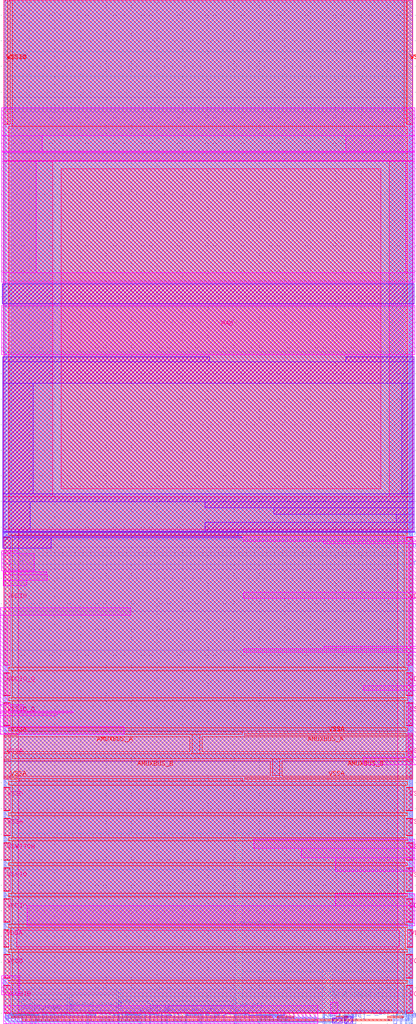
<source format=lef>
VERSION 5.7 ;
  NOWIREEXTENSIONATPIN ON ;
  DIVIDERCHAR "/" ;
  BUSBITCHARS "[]" ;
MACRO sky130_ef_io__gpiov2_pad
  CLASS PAD INOUT ;
  FOREIGN sky130_ef_io__gpiov2_pad ;
  ORIGIN 0.000 0.000 ;
  SIZE 80.000 BY 197.965 ;
  PIN AMUXBUS_A
    DIRECTION INOUT ;
    USE SIGNAL ;
    PORT
      LAYER met4 ;
        RECT 0.000 51.090 36.440 54.070 ;
    END
    PORT
      LAYER met4 ;
        RECT 38.760 51.090 80.000 54.070 ;
    END
  END AMUXBUS_A
  PIN AMUXBUS_B
    DIRECTION INOUT ;
    USE SIGNAL ;
    PORT
      LAYER met4 ;
        RECT 0.000 46.330 52.145 49.310 ;
    END
    PORT
      LAYER met4 ;
        RECT 54.465 46.330 80.000 49.310 ;
    END
  END AMUXBUS_B
  PIN ANALOG_EN
    DIRECTION INPUT ;
    USE SIGNAL ;
    PORT
      LAYER met1 ;
        RECT 62.430 -2.035 62.690 -0.730 ;
    END
  END ANALOG_EN
  PIN ANALOG_POL
    DIRECTION INPUT ;
    USE SIGNAL ;
    PORT
      LAYER met3 ;
        RECT 45.865 -2.035 46.195 34.770 ;
    END
  END ANALOG_POL
  PIN ANALOG_SEL
    DIRECTION INPUT ;
    USE SIGNAL ;
    PORT
      LAYER met2 ;
        RECT 30.750 -2.035 31.010 0.230 ;
    END
  END ANALOG_SEL
  PIN DM[2]
    DIRECTION INPUT ;
    USE SIGNAL ;
    PORT
      LAYER met2 ;
        RECT 28.490 -2.035 28.750 2.035 ;
    END
  END DM[2]
  PIN DM[1]
    DIRECTION INPUT ;
    USE SIGNAL ;
    PORT
      LAYER met2 ;
        RECT 66.835 -2.035 67.095 -0.840 ;
    END
  END DM[1]
  PIN DM[0]
    DIRECTION INPUT ;
    USE SIGNAL ;
    PORT
      LAYER met2 ;
        RECT 49.855 -2.035 50.115 -1.490 ;
    END
  END DM[0]
  PIN ENABLE_H
    DIRECTION INPUT ;
    USE SIGNAL ;
    PORT
      LAYER met2 ;
        RECT 35.460 -2.035 35.720 -0.485 ;
    END
  END ENABLE_H
  PIN ENABLE_INP_H
    DIRECTION INPUT ;
    USE SIGNAL ;
    PORT
      LAYER met2 ;
        RECT 38.390 -2.035 38.650 1.055 ;
    END
  END ENABLE_INP_H
  PIN ENABLE_VDDA_H
    DIRECTION INPUT ;
    USE SIGNAL ;
    PORT
      LAYER met2 ;
        RECT 12.755 -2.035 13.015 3.315 ;
    END
  END ENABLE_VDDA_H
  PIN ENABLE_VDDIO
    DIRECTION INPUT ;
    USE SIGNAL ;
    PORT
      LAYER met3 ;
        RECT 78.580 -2.035 78.910 182.740 ;
    END
  END ENABLE_VDDIO
  PIN ENABLE_VSWITCH_H
    DIRECTION INPUT ;
    USE SIGNAL ;
    PORT
      LAYER met2 ;
        RECT 16.310 -2.035 16.570 0.285 ;
    END
  END ENABLE_VSWITCH_H
  PIN HLD_H_N
    DIRECTION INPUT ;
    USE SIGNAL ;
    PORT
      LAYER met2 ;
        RECT 31.815 -2.035 32.075 1.305 ;
    END
  END HLD_H_N
  PIN HLD_OVR
    DIRECTION INPUT ;
    USE SIGNAL ;
    PORT
      LAYER met2 ;
        RECT 26.600 -2.035 26.860 0.670 ;
    END
  END HLD_OVR
  PIN IB_MODE_SEL
    DIRECTION INPUT ;
    USE SIGNAL ;
    PORT
      LAYER met2 ;
        RECT 5.420 -2.035 5.650 2.440 ;
    END
  END IB_MODE_SEL
  PIN IN
    DIRECTION OUTPUT ;
    USE SIGNAL ;
    PORT
      LAYER met3 ;
        RECT 79.240 -2.035 79.570 187.525 ;
    END
  END IN
  PIN IN_H
    DIRECTION OUTPUT ;
    USE SIGNAL ;
    PORT
      LAYER met3 ;
        RECT 0.400 -2.035 1.020 176.450 ;
    END
  END IN_H
  PIN INP_DIS
    DIRECTION INPUT ;
    USE SIGNAL ;
    PORT
      LAYER met2 ;
        RECT 45.245 -2.035 45.505 3.055 ;
    END
  END INP_DIS
  PIN OE_N
    DIRECTION INPUT ;
    USE SIGNAL ;
    PORT
      LAYER met2 ;
        RECT 3.375 -2.035 3.605 2.440 ;
    END
  END OE_N
  PIN OUT
    DIRECTION INPUT ;
    USE SIGNAL ;
    PORT
      LAYER met2 ;
        RECT 22.355 -2.035 22.615 4.390 ;
    END
  END OUT
  PIN PAD
    DIRECTION INOUT ;
    USE SIGNAL ;
    PORT
      LAYER met5 ;
        RECT 11.200 102.525 73.800 164.975 ;
    END
  END PAD
  PIN PAD_A_ESD_0_H
    DIRECTION INOUT ;
    USE SIGNAL ;
    PORT
      LAYER met2 ;
        RECT 76.280 -2.035 76.920 0.020 ;
    END
  END PAD_A_ESD_0_H
  PIN PAD_A_ESD_1_H
    DIRECTION INOUT ;
    USE SIGNAL ;
    PORT
      LAYER met2 ;
        RECT 68.275 -2.035 68.925 0.235 ;
    END
  END PAD_A_ESD_1_H
  PIN PAD_A_NOESD_H
    DIRECTION INOUT ;
    USE SIGNAL ;
    PORT
      LAYER met3 ;
        RECT 62.820 -2.035 63.890 7.670 ;
    END
  END PAD_A_NOESD_H
  PIN SLOW
    DIRECTION INPUT ;
    USE SIGNAL ;
    PORT
      LAYER met2 ;
        RECT 77.610 -2.035 77.870 -0.850 ;
    END
  END SLOW
  PIN TIE_HI_ESD
    DIRECTION OUTPUT ;
    USE SIGNAL ;
    PORT
      LAYER met2 ;
        RECT 78.705 -2.035 78.905 -0.820 ;
    END
  END TIE_HI_ESD
  PIN TIE_LO_ESD
    DIRECTION OUTPUT ;
    USE SIGNAL ;
    PORT
      LAYER met2 ;
        RECT 79.715 -2.035 79.915 175.835 ;
    END
  END TIE_LO_ESD
  PIN VCCD
    DIRECTION INOUT ;
    USE POWER ;
    PORT
      LAYER met5 ;
        RECT 0.000 6.950 1.270 11.400 ;
    END
    PORT
      LAYER met4 ;
        RECT 0.000 6.850 1.270 11.500 ;
    END
    PORT
      LAYER met5 ;
        RECT 78.730 6.950 80.000 11.400 ;
    END
    PORT
      LAYER met4 ;
        RECT 78.730 6.850 80.000 11.500 ;
    END
  END VCCD
  PIN VCCHIB
    DIRECTION INOUT ;
    USE POWER ;
    PORT
      LAYER met5 ;
        RECT 0.000 0.100 1.270 5.350 ;
    END
    PORT
      LAYER met4 ;
        RECT 0.000 0.000 1.270 5.450 ;
    END
    PORT
      LAYER met5 ;
        RECT 78.730 0.100 80.000 5.350 ;
    END
    PORT
      LAYER met4 ;
        RECT 78.730 0.000 80.000 5.450 ;
    END
  END VCCHIB
  PIN VDDA
    DIRECTION INOUT ;
    USE POWER ;
    PORT
      LAYER met5 ;
        RECT 0.000 13.000 0.965 16.250 ;
    END
    PORT
      LAYER met4 ;
        RECT 0.000 12.900 0.965 16.350 ;
    END
    PORT
      LAYER met5 ;
        RECT 78.970 13.000 80.000 16.250 ;
    END
    PORT
      LAYER met4 ;
        RECT 78.970 12.900 80.000 16.350 ;
    END
  END VDDA
  PIN VDDIO
    DIRECTION INOUT ;
    USE POWER ;
    PORT
      LAYER met5 ;
        RECT 0.000 68.000 1.270 92.950 ;
    END
    PORT
      LAYER met5 ;
        RECT 0.000 17.850 1.270 22.300 ;
    END
    PORT
      LAYER met4 ;
        RECT 0.000 17.750 1.270 22.400 ;
    END
    PORT
      LAYER met4 ;
        RECT 0.000 68.000 1.270 92.965 ;
    END
    PORT
      LAYER met5 ;
        RECT 78.730 68.000 80.000 92.950 ;
    END
    PORT
      LAYER met5 ;
        RECT 78.730 17.850 80.000 22.300 ;
    END
    PORT
      LAYER met4 ;
        RECT 78.730 17.750 80.000 22.400 ;
    END
    PORT
      LAYER met4 ;
        RECT 78.730 68.000 80.000 92.965 ;
    END
  END VDDIO
  PIN VDDIO_Q
    DIRECTION INOUT ;
    USE POWER ;
    PORT
      LAYER met5 ;
        RECT 0.000 62.150 1.270 66.400 ;
    END
    PORT
      LAYER met4 ;
        RECT 0.000 62.050 1.270 66.500 ;
    END
    PORT
      LAYER met5 ;
        RECT 78.730 62.150 80.000 66.400 ;
    END
    PORT
      LAYER met4 ;
        RECT 78.730 62.050 80.000 66.500 ;
    END
  END VDDIO_Q
  PIN VSSA
    DIRECTION INOUT ;
    USE GROUND ;
    PORT
      LAYER met5 ;
        RECT 0.000 45.700 1.270 54.700 ;
    END
    PORT
      LAYER met5 ;
        RECT 0.000 34.805 1.270 38.050 ;
    END
    PORT
      LAYER met4 ;
        RECT 0.000 45.700 2.610 46.030 ;
    END
    PORT
      LAYER met4 ;
        RECT 0.000 49.610 1.270 50.790 ;
    END
    PORT
      LAYER met4 ;
        RECT 0.000 54.370 2.610 54.700 ;
    END
    PORT
      LAYER met4 ;
        RECT 0.000 34.700 1.270 38.150 ;
    END
    PORT
      LAYER met5 ;
        RECT 78.730 45.700 80.000 54.700 ;
    END
    PORT
      LAYER met5 ;
        RECT 78.730 34.805 80.000 38.050 ;
    END
    PORT
      LAYER met4 ;
        RECT 78.730 49.610 80.000 50.790 ;
    END
    PORT
      LAYER met4 ;
        RECT 47.090 54.370 80.000 54.700 ;
    END
    PORT
      LAYER met4 ;
        RECT 47.090 45.700 80.000 46.030 ;
    END
    PORT
      LAYER met4 ;
        RECT 78.730 34.700 80.000 38.150 ;
    END
  END VSSA
  PIN VSSD
    DIRECTION INOUT ;
    USE GROUND ;
    PORT
      LAYER met5 ;
        RECT 0.000 39.650 1.270 44.100 ;
    END
    PORT
      LAYER met4 ;
        RECT 0.000 39.550 1.270 44.200 ;
    END
    PORT
      LAYER met5 ;
        RECT 78.730 39.650 80.000 44.100 ;
    END
    PORT
      LAYER met4 ;
        RECT 78.730 39.550 80.000 44.200 ;
    END
  END VSSD
  PIN VSSIO
    DIRECTION INOUT ;
    USE GROUND ;
    PORT
      LAYER met4 ;
        RECT 0.000 173.750 0.810 197.965 ;
    END
    PORT
      LAYER met5 ;
        RECT 0.000 23.900 1.270 28.350 ;
    END
    PORT
      LAYER met4 ;
        RECT 0.000 173.750 1.270 197.965 ;
    END
    PORT
      LAYER met4 ;
        RECT 0.000 23.800 1.270 28.450 ;
    END
    PORT
      LAYER met4 ;
        RECT 78.970 173.750 80.000 197.965 ;
    END
    PORT
      LAYER met5 ;
        RECT 78.730 23.900 80.000 28.350 ;
    END
    PORT
      LAYER met4 ;
        RECT 78.730 23.800 80.000 28.450 ;
    END
    PORT
      LAYER met4 ;
        RECT 78.730 173.750 80.000 197.965 ;
    END
  END VSSIO
  PIN VSSIO_Q
    DIRECTION INOUT ;
    USE GROUND ;
    PORT
      LAYER met5 ;
        RECT 0.000 56.300 1.270 60.550 ;
    END
    PORT
      LAYER met4 ;
        RECT 0.000 56.200 1.270 60.650 ;
    END
    PORT
      LAYER met5 ;
        RECT 78.730 56.300 80.000 60.550 ;
    END
    PORT
      LAYER met4 ;
        RECT 78.730 56.200 80.000 60.650 ;
    END
  END VSSIO_Q
  PIN VSWITCH
    DIRECTION INOUT ;
    USE POWER ;
    PORT
      LAYER met5 ;
        RECT 0.000 29.950 1.270 33.200 ;
    END
    PORT
      LAYER met4 ;
        RECT 0.000 29.850 1.270 33.300 ;
    END
    PORT
      LAYER met5 ;
        RECT 78.730 29.950 80.000 33.200 ;
    END
    PORT
      LAYER met4 ;
        RECT 78.730 29.850 80.000 33.300 ;
    END
  END VSWITCH
  PIN VTRIP_SEL
    DIRECTION INPUT ;
    USE SIGNAL ;
    PORT
      LAYER met2 ;
        RECT 6.130 -2.035 6.390 -0.485 ;
    END
  END VTRIP_SEL
  OBS
      LAYER nwell ;
        RECT -0.415 171.510 80.435 176.940 ;
        RECT -0.415 168.440 7.515 171.510 ;
        RECT 66.970 168.440 80.435 171.510 ;
        RECT -0.415 168.195 80.435 168.440 ;
        RECT -0.415 166.480 80.440 168.195 ;
        RECT -0.415 144.655 6.385 166.480 ;
        RECT 78.630 144.655 80.440 166.480 ;
        RECT -0.415 142.845 80.440 144.655 ;
      LAYER pwell ;
        RECT -0.290 138.650 80.290 142.530 ;
      LAYER nwell ;
        RECT 46.040 138.345 80.440 138.350 ;
        RECT -0.415 128.630 80.440 138.345 ;
      LAYER pwell ;
        RECT -0.215 127.280 40.245 128.320 ;
        RECT 66.910 127.280 80.290 128.320 ;
        RECT -0.215 123.100 80.290 127.280 ;
        RECT -0.215 101.515 5.735 123.100 ;
        RECT 77.865 101.515 80.290 123.100 ;
        RECT -0.215 99.930 80.290 101.515 ;
        RECT -0.215 94.220 5.215 99.930 ;
        RECT 39.385 98.785 80.290 99.930 ;
        RECT 52.880 97.485 80.290 98.785 ;
        RECT 76.770 95.950 80.290 97.485 ;
        RECT 39.385 94.220 80.290 95.950 ;
        RECT -0.215 93.940 80.290 94.220 ;
        RECT -0.215 93.225 45.840 93.940 ;
        RECT -0.215 92.920 46.590 93.225 ;
        RECT -0.215 90.900 9.300 92.920 ;
      LAYER nwell ;
        RECT 46.940 92.210 80.670 93.130 ;
        RECT 62.650 91.700 80.670 92.210 ;
        RECT -0.415 89.785 2.795 90.365 ;
        RECT -0.415 86.450 5.975 89.785 ;
        RECT -0.120 86.245 5.975 86.450 ;
        RECT -0.120 85.705 8.420 86.245 ;
        RECT -0.120 84.625 8.495 85.705 ;
        RECT -0.120 83.545 4.530 84.625 ;
        RECT 79.240 82.310 80.670 91.700 ;
        RECT 46.940 81.130 80.670 82.310 ;
        RECT -0.715 77.770 24.815 79.200 ;
        RECT -0.715 60.305 0.715 77.770 ;
        RECT 79.240 71.740 80.670 81.130 ;
        RECT 62.650 71.230 80.670 71.740 ;
        RECT 46.940 70.560 80.670 71.230 ;
        RECT 79.125 64.010 80.670 70.560 ;
        RECT 70.335 63.160 80.670 64.010 ;
        RECT -0.715 58.985 3.810 60.305 ;
        RECT -0.715 58.735 13.535 58.985 ;
        RECT -0.715 58.145 10.460 58.735 ;
        RECT -0.715 55.985 0.715 58.145 ;
        RECT -0.715 54.555 23.515 55.985 ;
        RECT 79.125 50.015 80.670 63.160 ;
        RECT 70.335 48.585 80.670 50.015 ;
        RECT 48.915 32.230 80.450 34.020 ;
        RECT 58.275 30.375 80.450 32.230 ;
        RECT 64.830 27.750 80.450 30.375 ;
        RECT 64.830 21.045 80.450 23.310 ;
        RECT 4.580 17.120 80.450 21.045 ;
        RECT -0.415 3.630 3.110 7.290 ;
        RECT 0.000 -2.035 61.490 1.465 ;
        RECT 64.030 -0.145 65.390 2.135 ;
      LAYER pwell ;
        RECT 64.245 -1.915 66.205 -0.905 ;
        RECT 66.610 -1.915 68.210 -0.655 ;
      LAYER li1 ;
        RECT 0.000 176.610 80.000 197.670 ;
        RECT -0.085 168.055 80.105 176.610 ;
        RECT -0.115 143.180 80.105 168.055 ;
        RECT -0.115 143.120 80.000 143.180 ;
        RECT 0.000 142.400 80.000 143.120 ;
        RECT -0.160 138.780 80.160 142.400 ;
        RECT 0.000 138.115 80.000 138.780 ;
        RECT -0.115 138.020 80.000 138.115 ;
        RECT -0.115 129.240 80.085 138.020 ;
        RECT -0.085 128.960 80.085 129.240 ;
        RECT 0.000 128.190 80.000 128.960 ;
        RECT -0.085 128.185 80.160 128.190 ;
        RECT -0.115 94.070 80.160 128.185 ;
        RECT -0.115 93.860 80.000 94.070 ;
        RECT -0.085 92.545 80.000 93.860 ;
        RECT -0.085 91.030 80.085 92.545 ;
        RECT 0.000 90.035 80.085 91.030 ;
        RECT -0.085 86.780 80.085 90.035 ;
        RECT 0.000 78.570 80.085 86.780 ;
        RECT -0.085 55.185 80.085 78.570 ;
        RECT 0.000 49.215 80.085 55.185 ;
        RECT 0.000 33.690 80.000 49.215 ;
        RECT 0.000 28.080 80.120 33.690 ;
        RECT 0.000 22.980 80.000 28.080 ;
        RECT 0.000 17.450 80.120 22.980 ;
        RECT 0.000 6.960 80.000 17.450 ;
        RECT -0.085 3.960 80.000 6.960 ;
        RECT 0.000 0.000 80.000 3.960 ;
        RECT 0.705 -0.100 0.875 0.000 ;
        RECT 0.705 -0.520 1.625 -0.100 ;
        RECT 2.090 -0.485 2.420 0.000 ;
        RECT 0.705 -1.500 0.875 -0.830 ;
        RECT 1.485 -0.860 1.655 -0.830 ;
        RECT 1.485 -1.390 1.660 -0.860 ;
        RECT 2.590 -1.345 2.760 0.000 ;
        RECT 3.470 -1.195 3.640 0.000 ;
        RECT 3.830 -0.080 4.160 0.000 ;
        RECT 4.350 -1.345 4.520 0.000 ;
        RECT 5.230 -1.195 5.400 0.000 ;
        RECT 6.110 -1.345 6.280 0.000 ;
        RECT 6.730 -1.345 6.900 0.000 ;
        RECT 7.610 -1.205 7.780 0.000 ;
        RECT 8.490 -1.345 8.660 0.000 ;
        RECT 9.370 -1.205 9.540 0.000 ;
        RECT 10.250 -1.345 10.420 0.000 ;
        RECT 10.615 -0.055 10.945 0.000 ;
        RECT 11.130 -1.205 11.300 0.000 ;
        RECT 11.750 -1.345 11.920 0.000 ;
        RECT 12.630 -1.205 12.800 0.000 ;
        RECT 13.510 -1.345 13.680 0.000 ;
        RECT 14.390 -1.205 14.560 0.000 ;
        RECT 15.270 -1.345 15.440 0.000 ;
        RECT 16.150 -1.205 16.320 0.000 ;
        RECT 17.030 -1.345 17.200 0.000 ;
        RECT 17.910 -1.205 18.080 0.000 ;
        RECT 18.790 -1.345 18.960 0.000 ;
        RECT 19.670 -1.205 19.840 0.000 ;
        RECT 20.550 -1.345 20.720 0.000 ;
        RECT 21.430 -1.205 21.600 0.000 ;
        RECT 22.310 -1.345 22.480 0.000 ;
        RECT 23.190 -1.205 23.360 0.000 ;
        RECT 24.070 -1.345 24.240 0.000 ;
        RECT 24.950 -1.205 25.120 0.000 ;
        RECT 25.830 -1.345 26.000 0.000 ;
        RECT 26.710 -1.205 26.880 0.000 ;
        RECT 27.590 -1.345 27.760 0.000 ;
        RECT 28.470 -1.205 28.640 0.000 ;
        RECT 29.350 -1.345 29.520 0.000 ;
        RECT 29.965 -0.050 30.495 0.000 ;
        RECT 29.970 -1.205 30.140 -0.050 ;
        RECT 30.850 -1.345 31.020 0.000 ;
        RECT 31.470 -1.345 31.640 0.000 ;
        RECT 32.350 -1.205 32.520 0.000 ;
        RECT 33.230 -1.345 33.400 0.000 ;
        RECT 34.110 -0.265 34.285 0.000 ;
        RECT 34.110 -1.205 34.280 -0.265 ;
        RECT 37.990 -1.345 38.160 0.000 ;
        RECT 38.870 -1.205 39.040 0.000 ;
        RECT 39.750 -1.345 39.920 0.000 ;
        RECT 40.630 -1.205 40.800 0.000 ;
        RECT 41.250 -1.345 41.420 0.000 ;
        RECT 42.130 -1.195 42.300 0.000 ;
        RECT 43.010 -1.345 43.180 0.000 ;
        RECT 45.290 -0.410 45.460 0.000 ;
        RECT 45.110 -0.580 45.640 -0.410 ;
        RECT 45.290 -1.205 45.460 -0.580 ;
        RECT 46.170 -1.345 46.340 0.000 ;
        RECT 47.050 -1.195 47.220 0.000 ;
        RECT 47.930 -1.345 48.100 0.000 ;
        RECT 48.495 -1.345 48.665 0.000 ;
        RECT 49.375 -1.205 49.545 0.000 ;
        RECT 50.255 -1.345 50.425 0.000 ;
        RECT 51.135 -1.205 51.305 0.000 ;
        RECT 52.015 -1.345 52.185 0.000 ;
        RECT 52.640 -1.205 52.810 0.000 ;
        RECT 53.520 -1.345 53.690 0.000 ;
        RECT 54.400 -1.205 54.570 0.000 ;
        RECT 54.750 -0.215 55.080 0.000 ;
        RECT 55.280 -1.345 55.450 0.000 ;
        RECT 55.830 -1.345 56.000 0.000 ;
        RECT 56.710 -1.205 56.880 0.000 ;
        RECT 57.590 -1.345 57.760 0.000 ;
        RECT 58.470 -1.205 58.640 0.000 ;
        RECT 59.020 -1.345 59.190 0.000 ;
        RECT 59.900 -1.205 60.070 0.000 ;
        RECT 60.780 -1.345 60.950 0.000 ;
        RECT 68.290 -0.095 70.005 0.000 ;
        RECT 72.315 -0.095 74.335 0.000 ;
        RECT 66.380 -0.575 67.270 -0.405 ;
        RECT 67.550 -0.575 68.220 -0.405 ;
        RECT 66.380 -0.795 66.910 -0.785 ;
        RECT 66.380 -0.955 66.965 -0.795 ;
        RECT 1.485 -1.500 1.655 -1.390 ;
        RECT 2.550 -1.705 60.990 -1.535 ;
        RECT 64.375 -1.785 66.075 -1.035 ;
        RECT 66.795 -1.805 66.965 -0.955 ;
        RECT 67.325 -1.805 67.495 -0.795 ;
        RECT 67.855 -0.815 68.025 -0.795 ;
        RECT 67.855 -0.985 68.385 -0.815 ;
        RECT 67.855 -1.805 68.025 -0.985 ;
      LAYER met1 ;
        RECT 0.000 178.940 80.000 197.965 ;
        RECT 0.000 176.865 80.020 178.940 ;
        RECT 0.000 168.055 80.000 176.865 ;
        RECT -0.115 129.240 80.145 168.055 ;
        RECT 0.000 128.185 80.000 129.240 ;
        RECT -0.115 93.860 80.145 128.185 ;
        RECT 0.000 92.545 80.000 93.860 ;
        RECT 0.000 89.445 80.060 92.545 ;
        RECT -0.145 87.715 80.060 89.445 ;
        RECT 0.000 78.600 80.060 87.715 ;
        RECT -0.115 70.895 80.060 78.600 ;
        POLYGON 80.060 70.950 80.115 70.895 80.060 70.895 ;
        RECT -0.115 55.155 80.115 70.895 ;
        RECT 0.000 49.185 80.115 55.155 ;
        RECT 0.000 33.690 80.000 49.185 ;
        RECT 0.000 28.085 80.115 33.690 ;
        RECT 0.000 22.980 80.000 28.085 ;
        RECT 0.000 17.450 80.115 22.980 ;
        RECT 0.000 0.000 80.000 17.450 ;
        RECT 0.260 -0.130 0.520 0.000 ;
        POLYGON 1.045 -0.100 1.045 -0.130 1.015 -0.130 ;
        RECT 1.045 -0.130 1.275 0.000 ;
        POLYGON 1.015 -0.130 1.015 -0.240 0.905 -0.240 ;
        RECT 1.015 -0.200 1.275 -0.130 ;
        RECT 1.015 -0.240 1.235 -0.200 ;
        POLYGON 1.235 -0.200 1.275 -0.200 1.235 -0.240 ;
        POLYGON 0.905 -0.240 0.905 -0.470 0.675 -0.470 ;
        RECT 0.675 -1.465 0.905 -0.470 ;
        POLYGON 0.905 -0.240 1.235 -0.240 0.905 -0.570 ;
        RECT 1.460 -0.610 1.690 0.000 ;
        POLYGON 1.690 -0.235 2.065 -0.610 1.690 -0.610 ;
        RECT 2.140 -0.255 2.370 0.000 ;
        RECT 3.880 -0.080 30.555 0.000 ;
        POLYGON 33.830 0.000 33.910 0.000 33.910 -0.080 ;
        RECT 33.910 -0.080 34.315 0.000 ;
        POLYGON 22.755 -0.080 22.760 -0.080 22.760 -0.085 ;
        RECT 22.760 -0.085 23.425 -0.080 ;
        POLYGON 2.370 -0.085 2.540 -0.255 2.370 -0.255 ;
        POLYGON 22.760 -0.085 22.785 -0.085 22.785 -0.110 ;
        RECT 22.785 -0.110 23.425 -0.085 ;
        POLYGON 23.425 -0.080 23.455 -0.080 23.425 -0.110 ;
        POLYGON 33.910 -0.080 33.940 -0.080 33.940 -0.110 ;
        RECT 33.940 -0.110 34.315 -0.080 ;
        POLYGON 35.570 0.000 35.655 0.000 35.655 -0.085 ;
        RECT 35.655 -0.085 42.895 0.000 ;
        POLYGON 42.895 0.000 42.980 0.000 42.895 -0.085 ;
        POLYGON 43.390 0.000 43.390 -0.085 43.305 -0.085 ;
        RECT 43.390 -0.085 47.720 0.000 ;
        POLYGON 33.940 -0.110 34.085 -0.110 34.085 -0.255 ;
        RECT 2.140 -0.485 18.040 -0.255 ;
        POLYGON 17.370 -0.485 17.400 -0.485 17.400 -0.515 ;
        RECT 17.400 -0.515 18.040 -0.485 ;
        RECT 21.550 -0.540 29.630 -0.280 ;
        RECT 29.770 -0.535 32.915 -0.275 ;
        RECT 34.085 -0.325 34.315 -0.110 ;
        POLYGON 43.305 -0.085 43.305 -0.225 43.165 -0.225 ;
        RECT 43.305 -0.190 47.720 -0.085 ;
        RECT 43.305 -0.225 43.370 -0.190 ;
        RECT 35.460 -0.485 38.120 -0.225 ;
        POLYGON 43.165 -0.225 43.165 -0.350 43.040 -0.350 ;
        RECT 43.165 -0.350 43.370 -0.225 ;
        POLYGON 43.370 -0.190 43.530 -0.190 43.370 -0.350 ;
        POLYGON 47.580 -0.190 47.680 -0.190 47.680 -0.290 ;
        RECT 47.680 -0.290 47.720 -0.190 ;
        POLYGON 47.720 0.000 48.010 -0.290 47.720 -0.290 ;
        POLYGON 54.810 -0.120 54.810 -0.290 54.640 -0.290 ;
        RECT 54.810 -0.290 55.040 0.000 ;
        RECT 56.680 -0.145 56.910 0.000 ;
        POLYGON 47.680 -0.290 47.740 -0.290 47.740 -0.350 ;
        RECT 47.740 -0.350 55.040 -0.290 ;
        RECT 39.390 -0.610 43.110 -0.350 ;
        POLYGON 43.110 -0.350 43.370 -0.350 43.110 -0.610 ;
        RECT 45.040 -0.610 47.515 -0.350 ;
        POLYGON 47.740 -0.350 47.910 -0.350 47.910 -0.520 ;
        RECT 47.910 -0.520 55.040 -0.350 ;
        RECT 1.460 -0.750 2.065 -0.610 ;
        POLYGON 2.065 -0.610 2.205 -0.750 2.065 -0.750 ;
        RECT 62.430 -0.730 62.690 -0.120 ;
        RECT 63.680 -0.595 64.880 0.000 ;
        POLYGON 65.530 0.000 65.635 0.000 65.635 -0.105 ;
        RECT 1.460 -1.765 61.195 -0.750 ;
        RECT 65.635 -0.845 65.775 0.000 ;
        POLYGON 66.830 -0.080 66.830 -0.375 66.535 -0.375 ;
        RECT 66.830 -0.375 67.095 0.000 ;
        RECT 66.320 -0.605 67.095 -0.375 ;
        RECT 67.355 -0.375 67.495 0.000 ;
        POLYGON 68.000 0.000 68.080 0.000 68.080 -0.080 ;
        RECT 68.080 -0.080 68.215 0.000 ;
        POLYGON 68.215 0.000 68.295 -0.080 68.215 -0.080 ;
        POLYGON 68.080 -0.080 68.215 -0.080 68.215 -0.215 ;
        RECT 68.215 -0.215 68.295 -0.080 ;
        POLYGON 67.495 -0.215 67.655 -0.375 67.495 -0.375 ;
        POLYGON 68.215 -0.215 68.295 -0.215 68.295 -0.295 ;
        POLYGON 68.295 -0.080 68.510 -0.295 68.295 -0.295 ;
        POLYGON 68.295 -0.295 68.370 -0.295 68.370 -0.370 ;
        RECT 67.355 -0.605 68.155 -0.375 ;
        POLYGON 68.370 -0.605 68.370 -0.705 68.270 -0.705 ;
        RECT 68.370 -0.705 68.510 -0.295 ;
        POLYGON 65.775 -0.705 65.915 -0.845 65.775 -0.845 ;
        POLYGON 68.270 -0.705 68.270 -0.755 68.220 -0.755 ;
        RECT 68.270 -0.755 68.510 -0.705 ;
        POLYGON 66.320 -0.755 66.320 -0.845 66.230 -0.845 ;
        RECT 66.320 -0.845 66.970 -0.755 ;
        POLYGON 68.220 -0.755 68.220 -0.785 68.190 -0.785 ;
        RECT 68.220 -0.785 68.510 -0.755 ;
        RECT 65.635 -0.985 66.970 -0.845 ;
        RECT 67.795 -1.015 68.510 -0.785 ;
        POLYGON 79.110 -0.915 79.110 -1.015 79.010 -1.015 ;
        RECT 79.110 -1.015 79.370 -0.835 ;
        POLYGON 79.010 -1.015 79.010 -1.125 78.900 -1.125 ;
        RECT 79.010 -1.125 79.370 -1.015 ;
        RECT 64.375 -1.775 67.525 -1.125 ;
        POLYGON 78.900 -1.125 78.900 -1.195 78.830 -1.195 ;
        RECT 78.900 -1.195 79.370 -1.125 ;
        RECT 75.255 -1.475 79.370 -1.195 ;
      LAYER met2 ;
        RECT 0.210 176.115 79.915 197.965 ;
        RECT 0.210 4.670 79.435 176.115 ;
        RECT 0.210 3.595 22.075 4.670 ;
        RECT 0.210 2.720 12.475 3.595 ;
        RECT 0.210 0.000 3.095 2.720 ;
        RECT 3.885 0.000 5.140 2.720 ;
        RECT 5.930 0.000 12.475 2.720 ;
        RECT 13.295 0.565 22.075 3.595 ;
        RECT 13.295 0.000 16.030 0.565 ;
        RECT 16.850 0.000 22.075 0.565 ;
        RECT 22.895 3.335 79.435 4.670 ;
        RECT 22.895 2.315 44.965 3.335 ;
        RECT 22.895 0.950 28.210 2.315 ;
        RECT 22.895 0.150 26.320 0.950 ;
        RECT 22.785 0.000 26.320 0.150 ;
        RECT 27.140 0.000 28.210 0.950 ;
        RECT 29.030 1.585 44.965 2.315 ;
        RECT 29.030 0.510 31.535 1.585 ;
        RECT 29.030 0.000 30.470 0.510 ;
        RECT 31.290 0.000 31.535 0.510 ;
        RECT 32.355 1.335 44.965 1.585 ;
        RECT 32.355 0.720 38.110 1.335 ;
        RECT 32.355 0.000 38.120 0.720 ;
        RECT 38.930 0.000 44.965 1.335 ;
        RECT 45.785 0.515 79.435 3.335 ;
        RECT 45.785 0.000 67.995 0.515 ;
        RECT 69.205 0.300 79.435 0.515 ;
        RECT 69.205 0.000 76.000 0.300 ;
        RECT 77.200 0.020 79.435 0.300 ;
        RECT 76.920 0.000 79.435 0.020 ;
        RECT 0.260 -1.065 0.520 0.000 ;
        RECT 1.080 -0.340 1.380 0.000 ;
        POLYGON 1.380 0.000 1.720 -0.340 1.380 -0.340 ;
        POLYGON 0.260 -1.065 0.520 -1.065 0.520 -1.325 ;
        POLYGON 0.520 -0.955 0.680 -1.115 0.520 -1.115 ;
        RECT 1.080 -1.110 1.720 -0.340 ;
        RECT 0.520 -1.325 0.680 -1.115 ;
        POLYGON 0.520 -1.325 0.670 -1.325 0.670 -1.475 ;
        RECT 0.670 -1.475 0.680 -1.325 ;
        POLYGON 0.680 -1.115 1.040 -1.475 0.680 -1.475 ;
        POLYGON 0.670 -1.475 0.930 -1.475 0.930 -1.735 ;
        RECT 0.930 -1.735 2.160 -1.475 ;
        RECT 2.365 -1.735 3.005 0.000 ;
        POLYGON 6.615 0.000 6.615 -0.020 6.595 -0.020 ;
        RECT 6.615 -0.020 6.965 0.000 ;
        POLYGON 6.965 0.000 6.985 0.000 6.965 -0.020 ;
        POLYGON 6.595 -0.020 6.595 -0.390 6.225 -0.390 ;
        POLYGON 6.595 -0.020 6.965 -0.020 6.595 -0.390 ;
        POLYGON 17.600 -0.080 17.600 -0.255 17.425 -0.255 ;
        RECT 17.600 -0.255 17.860 0.000 ;
        POLYGON 17.860 -0.080 18.035 -0.255 17.860 -0.255 ;
        POLYGON 6.225 -0.390 6.225 -0.485 6.130 -0.485 ;
        RECT 6.225 -0.485 6.500 -0.390 ;
        POLYGON 6.500 -0.390 6.595 -0.390 6.500 -0.485 ;
        POLYGON 6.390 -0.485 6.500 -0.485 6.390 -0.595 ;
        RECT 17.400 -0.515 18.040 -0.255 ;
        RECT 6.895 -1.765 10.715 -0.755 ;
        RECT 19.235 -1.765 21.375 0.000 ;
        POLYGON 21.775 -0.110 21.775 -0.280 21.605 -0.280 ;
        RECT 21.775 -0.280 22.035 0.000 ;
        RECT 22.785 -0.110 23.425 0.000 ;
        POLYGON 24.045 0.000 24.045 -0.110 23.935 -0.110 ;
        RECT 24.045 -0.110 26.265 0.000 ;
        POLYGON 23.935 -0.110 23.935 -0.125 23.920 -0.125 ;
        RECT 23.935 -0.125 26.265 -0.110 ;
        POLYGON 22.035 -0.125 22.190 -0.280 22.035 -0.280 ;
        POLYGON 23.920 -0.125 23.920 -0.150 23.895 -0.150 ;
        RECT 23.920 -0.150 26.265 -0.125 ;
        RECT 21.550 -0.540 22.190 -0.280 ;
        POLYGON 23.895 -0.150 23.895 -0.350 23.695 -0.350 ;
        RECT 23.895 -0.350 26.265 -0.150 ;
        POLYGON 23.695 -0.350 23.695 -0.540 23.505 -0.540 ;
        RECT 23.695 -0.540 26.265 -0.350 ;
        POLYGON 29.085 -0.185 29.085 -0.280 28.990 -0.280 ;
        RECT 29.085 -0.280 29.350 0.000 ;
        POLYGON 29.350 0.000 29.630 -0.280 29.350 -0.280 ;
        RECT 28.990 -0.540 29.630 -0.280 ;
        RECT 29.770 -0.535 30.410 0.000 ;
        POLYGON 32.355 -0.085 32.355 -0.165 32.275 -0.165 ;
        RECT 32.355 -0.165 32.615 0.000 ;
        RECT 32.275 -0.275 32.615 -0.165 ;
        POLYGON 32.615 -0.085 32.805 -0.275 32.615 -0.275 ;
        RECT 32.275 -0.535 32.915 -0.275 ;
        POLYGON 23.505 -0.540 23.505 -0.750 23.295 -0.750 ;
        RECT 23.505 -0.750 26.265 -0.540 ;
        RECT 22.995 -1.760 26.265 -0.750 ;
        RECT 33.400 -1.765 34.670 0.000 ;
        POLYGON 35.325 0.000 35.350 0.000 35.350 -0.025 ;
        RECT 35.350 -0.025 35.695 0.000 ;
        POLYGON 35.695 0.000 35.720 -0.025 35.695 -0.025 ;
        POLYGON 37.705 0.000 37.705 -0.025 37.680 -0.025 ;
        RECT 37.705 -0.025 38.120 0.000 ;
        POLYGON 35.350 -0.025 35.460 -0.025 35.460 -0.135 ;
        RECT 35.460 -0.225 35.720 -0.025 ;
        POLYGON 35.720 -0.025 35.920 -0.225 35.720 -0.225 ;
        POLYGON 37.680 -0.025 37.680 -0.225 37.480 -0.225 ;
        RECT 37.680 -0.225 38.120 -0.025 ;
        RECT 35.460 -0.485 36.100 -0.225 ;
        RECT 37.480 -0.485 38.120 -0.225 ;
        POLYGON 39.770 -0.005 39.770 -0.350 39.425 -0.350 ;
        RECT 39.770 -0.350 40.030 0.000 ;
        POLYGON 42.060 0.000 42.060 -0.310 41.750 -0.310 ;
        RECT 42.060 -0.310 42.120 0.000 ;
        POLYGON 42.120 0.000 42.430 0.000 42.120 -0.310 ;
        POLYGON 47.375 -0.180 47.375 -0.310 47.245 -0.310 ;
        RECT 47.375 -0.310 47.515 0.000 ;
        RECT 49.395 -0.165 50.165 0.000 ;
        POLYGON 35.720 -0.485 35.920 -0.485 35.720 -0.685 ;
        RECT 39.390 -0.610 40.030 -0.350 ;
        POLYGON 41.750 -0.310 41.750 -0.610 41.450 -0.610 ;
        POLYGON 41.450 -0.610 41.450 -0.680 41.380 -0.680 ;
        RECT 41.450 -0.680 41.750 -0.610 ;
        POLYGON 41.750 -0.310 42.120 -0.310 41.750 -0.680 ;
        POLYGON 47.245 -0.310 47.245 -0.350 47.205 -0.350 ;
        RECT 47.245 -0.350 47.515 -0.310 ;
        RECT 46.770 -0.610 47.515 -0.350 ;
        POLYGON 51.970 -0.330 51.970 -0.570 51.730 -0.570 ;
        RECT 51.970 -0.570 52.230 0.000 ;
        RECT 52.525 -0.040 54.155 0.000 ;
        POLYGON 52.525 -0.040 52.825 -0.040 52.825 -0.340 ;
        RECT 52.825 -0.340 54.155 -0.040 ;
        POLYGON 52.230 -0.340 52.460 -0.570 52.230 -0.570 ;
        POLYGON 41.380 -0.680 41.380 -0.685 41.375 -0.685 ;
        RECT 41.380 -0.685 41.530 -0.680 ;
        POLYGON 41.375 -0.685 41.375 -0.705 41.355 -0.705 ;
        RECT 41.375 -0.705 41.530 -0.685 ;
        POLYGON 38.650 -0.705 38.845 -0.900 38.650 -0.900 ;
        POLYGON 41.355 -0.705 41.355 -0.900 41.160 -0.900 ;
        RECT 41.355 -0.900 41.530 -0.705 ;
        POLYGON 41.530 -0.680 41.750 -0.680 41.530 -0.900 ;
        RECT 51.690 -0.850 52.460 -0.570 ;
        POLYGON 52.825 -0.340 53.335 -0.340 53.335 -0.850 ;
        RECT 53.335 -0.850 54.155 -0.340 ;
        POLYGON 53.335 -0.850 53.385 -0.850 53.385 -0.900 ;
        RECT 53.385 -0.900 54.155 -0.850 ;
        RECT 38.650 -1.160 41.270 -0.900 ;
        POLYGON 41.270 -0.900 41.530 -0.900 41.270 -1.160 ;
        POLYGON 53.385 -0.900 53.645 -0.900 53.645 -1.160 ;
        RECT 53.645 -0.985 54.155 -0.900 ;
        POLYGON 54.155 -0.185 54.955 -0.985 54.155 -0.985 ;
        RECT 62.430 -0.760 62.690 0.000 ;
        RECT 63.680 -0.595 64.385 0.000 ;
        POLYGON 76.920 0.000 77.330 0.000 76.920 -0.410 ;
        RECT 66.540 -0.840 67.360 -0.560 ;
        POLYGON 66.540 -0.840 66.685 -0.840 66.685 -0.985 ;
        RECT 66.685 -0.985 66.835 -0.840 ;
        RECT 53.645 -1.160 65.200 -0.985 ;
        POLYGON 66.685 -0.985 66.835 -0.985 66.835 -1.135 ;
        POLYGON 67.095 -0.840 67.360 -0.840 67.095 -1.105 ;
        RECT 77.390 -0.850 78.210 -0.570 ;
        POLYGON 78.710 -0.815 78.710 -0.820 78.705 -0.820 ;
        RECT 78.710 -0.820 78.910 0.000 ;
        POLYGON 77.410 -0.850 77.610 -0.850 77.610 -1.050 ;
        RECT 77.870 -1.050 77.980 -0.850 ;
        POLYGON 77.980 -0.850 78.180 -0.850 77.980 -1.050 ;
        RECT 78.905 -0.905 78.910 -0.820 ;
        POLYGON 78.905 -0.905 78.910 -0.905 78.905 -0.910 ;
        RECT 77.870 -1.105 77.925 -1.050 ;
        POLYGON 77.925 -1.050 77.980 -1.050 77.925 -1.105 ;
        RECT 77.870 -1.135 77.895 -1.105 ;
        POLYGON 77.895 -1.105 77.925 -1.105 77.895 -1.135 ;
        POLYGON 77.870 -1.135 77.895 -1.135 77.870 -1.160 ;
        POLYGON 38.650 -1.160 38.845 -1.160 38.650 -1.355 ;
        POLYGON 53.645 -1.160 53.695 -1.160 53.695 -1.210 ;
        RECT 53.695 -1.210 65.200 -1.160 ;
        RECT 49.590 -1.490 50.360 -1.210 ;
        POLYGON 49.590 -1.490 49.855 -1.490 49.855 -1.755 ;
        POLYGON 50.115 -1.490 50.360 -1.490 50.115 -1.735 ;
        POLYGON 53.695 -1.210 54.155 -1.210 54.155 -1.670 ;
        RECT 54.155 -1.670 65.200 -1.210 ;
        RECT 75.125 -1.475 75.895 -1.195 ;
        RECT 79.110 -1.475 79.370 0.000 ;
        POLYGON 54.155 -1.670 54.220 -1.670 54.220 -1.735 ;
        RECT 54.220 -1.735 65.200 -1.670 ;
        POLYGON 54.220 -1.735 54.240 -1.735 54.240 -1.755 ;
        RECT 54.240 -1.755 65.200 -1.735 ;
        POLYGON 54.240 -1.755 54.250 -1.755 54.250 -1.765 ;
        RECT 54.250 -1.765 65.200 -1.755 ;
        POLYGON 54.250 -1.765 54.270 -1.765 54.270 -1.785 ;
        RECT 54.270 -1.785 65.200 -1.765 ;
      LAYER met3 ;
        RECT 0.400 187.925 79.570 197.965 ;
        RECT 0.400 183.140 78.840 187.925 ;
        RECT 0.400 176.850 78.180 183.140 ;
        RECT 1.420 35.170 78.180 176.850 ;
        RECT 1.420 0.000 45.465 35.170 ;
        RECT 46.595 8.070 78.180 35.170 ;
        RECT 46.595 0.000 62.420 8.070 ;
        RECT 64.290 0.000 78.180 8.070 ;
        RECT 1.415 -1.090 2.205 -0.360 ;
        POLYGON 3.680 -1.125 3.680 -1.175 3.630 -1.175 ;
        RECT 3.680 -1.175 4.010 0.000 ;
        POLYGON 4.010 -0.775 4.410 -1.175 4.010 -1.175 ;
        RECT 3.630 -1.495 4.410 -1.175 ;
        RECT 6.455 -1.790 10.715 0.000 ;
        RECT 22.635 -1.785 27.635 0.000 ;
        RECT 49.415 -0.190 53.035 0.000 ;
        POLYGON 53.035 0.000 53.225 -0.190 53.035 -0.190 ;
        POLYGON 52.755 -0.190 53.110 -0.190 53.110 -0.545 ;
        RECT 53.110 -0.545 53.225 -0.190 ;
        POLYGON 53.225 -0.190 53.580 -0.545 53.225 -0.545 ;
        POLYGON 65.510 -0.310 65.510 -0.545 65.275 -0.545 ;
        RECT 65.510 -0.545 65.815 0.000 ;
        POLYGON 77.075 0.000 77.075 -0.415 76.660 -0.415 ;
        RECT 77.075 -0.415 77.110 0.000 ;
        POLYGON 77.110 0.000 77.525 0.000 77.110 -0.415 ;
        POLYGON 76.660 -0.415 76.660 -0.535 76.540 -0.535 ;
        RECT 51.685 -0.875 52.465 -0.545 ;
        POLYGON 53.110 -0.545 53.225 -0.545 53.225 -0.660 ;
        RECT 53.225 -0.660 54.320 -0.545 ;
        POLYGON 53.225 -0.660 53.430 -0.660 53.430 -0.865 ;
        RECT 53.430 -0.865 54.320 -0.660 ;
        POLYGON 55.510 -0.545 55.510 -0.865 55.190 -0.865 ;
        RECT 55.510 -0.865 56.785 -0.545 ;
        RECT 65.035 -0.865 65.815 -0.545 ;
        RECT 66.560 -0.865 67.340 -0.535 ;
        POLYGON 76.540 -0.535 76.540 -0.545 76.530 -0.545 ;
        RECT 76.540 -0.545 76.660 -0.535 ;
        RECT 75.120 -0.865 76.660 -0.545 ;
        POLYGON 76.660 -0.415 77.110 -0.415 76.660 -0.865 ;
        POLYGON 55.190 -0.865 55.190 -0.875 55.180 -0.875 ;
        RECT 55.190 -0.875 55.510 -0.865 ;
        POLYGON 55.180 -0.875 55.180 -0.995 55.060 -0.995 ;
        RECT 55.180 -0.995 55.510 -0.875 ;
        POLYGON 55.510 -0.865 55.640 -0.865 55.510 -0.995 ;
        RECT 77.410 -0.875 78.190 -0.545 ;
        POLYGON 55.060 -0.995 55.060 -1.185 54.870 -1.185 ;
        RECT 55.060 -1.185 55.205 -0.995 ;
        RECT 49.610 -1.300 55.205 -1.185 ;
        POLYGON 55.205 -0.995 55.510 -0.995 55.205 -1.300 ;
        RECT 49.610 -1.505 55.000 -1.300 ;
        POLYGON 55.000 -1.300 55.205 -1.300 55.000 -1.505 ;
        RECT 75.145 -1.500 75.925 -1.170 ;
        RECT 49.610 -1.515 50.340 -1.505 ;
        POLYGON 50.340 -1.505 50.350 -1.505 50.340 -1.515 ;
      LAYER met4 ;
        RECT 1.670 173.350 78.330 197.965 ;
        RECT 0.965 93.365 78.970 173.350 ;
        RECT 1.670 67.600 78.330 93.365 ;
        RECT 0.965 66.900 78.970 67.600 ;
        RECT 1.670 61.650 78.330 66.900 ;
        RECT 0.965 61.050 78.970 61.650 ;
        RECT 1.670 55.800 78.330 61.050 ;
        RECT 0.965 55.100 78.970 55.800 ;
        RECT 3.010 54.470 46.690 55.100 ;
        RECT 36.840 50.690 38.360 54.470 ;
        RECT 1.670 49.710 78.330 50.690 ;
        RECT 52.545 46.430 54.065 49.710 ;
        RECT 3.010 45.300 46.690 45.930 ;
        RECT 0.965 44.600 78.970 45.300 ;
        RECT 1.670 39.150 78.330 44.600 ;
        RECT 0.965 38.550 78.970 39.150 ;
        RECT 1.670 34.300 78.330 38.550 ;
        RECT 0.965 33.700 78.970 34.300 ;
        RECT 1.670 29.450 78.330 33.700 ;
        RECT 0.965 28.850 78.970 29.450 ;
        RECT 1.670 23.400 78.330 28.850 ;
        RECT 0.965 22.800 78.970 23.400 ;
        RECT 1.670 17.350 78.330 22.800 ;
        RECT 0.965 16.750 78.970 17.350 ;
        RECT 1.365 12.500 78.570 16.750 ;
        RECT 0.965 11.900 78.970 12.500 ;
        RECT 1.670 6.450 78.330 11.900 ;
        RECT 0.965 5.850 78.970 6.450 ;
        RECT 1.670 0.000 78.330 5.850 ;
        RECT 1.450 -0.870 52.440 -0.540 ;
        RECT 53.565 -0.870 56.760 -0.540 ;
        RECT 65.060 -0.870 67.315 -0.540 ;
        RECT 75.145 -0.870 78.165 -0.540 ;
        RECT 3.655 -1.500 75.900 -1.170 ;
      LAYER met5 ;
        RECT 0.000 166.575 80.000 197.965 ;
        RECT 0.000 100.925 9.600 166.575 ;
        RECT 75.400 100.925 80.000 166.575 ;
        RECT 0.000 94.550 80.000 100.925 ;
        RECT 2.870 16.250 77.130 94.550 ;
        RECT 2.565 13.000 77.370 16.250 ;
        RECT 2.870 0.100 77.130 13.000 ;
  END
END sky130_ef_io__gpiov2_pad
END LIBRARY


</source>
